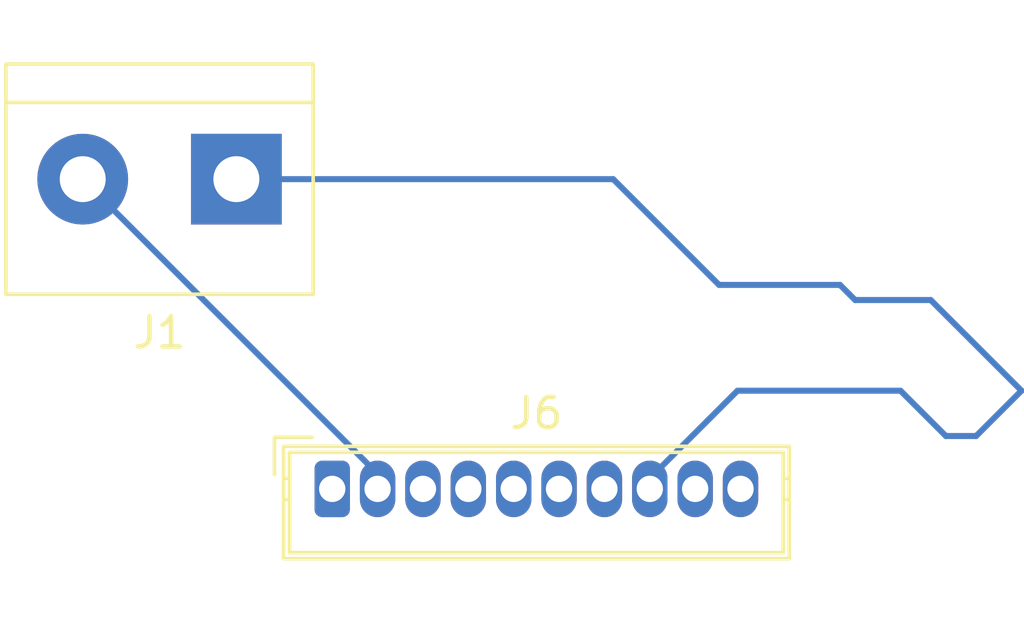
<source format=kicad_pcb>
(kicad_pcb (version 20240108) (generator "pcbnew") (generator_version "8.0")
  (layers (0 "F.Cu" signal) (31 "B.Cu" signal) (34 "B.Paste" user) (35 "F.Paste" user) (36 "B.SilkS" user "B.Silkscreen") (37 "F.SilkS" user "F.Silkscreen") (38 "B.Mask" user) (39 "F.Mask" user) (44 "Edge.Cuts" user))
  (net 0 "")
  (net 1 "Net-(J1-Pin_1)")
  (net 2 "GND")
  (net 3 "Net-(J6-Pin_9)")
  (net 4 "Net-(J2-Pin_1)")
  (net 5 "Net-(J3-Pin_2)")
  (net 6 "Net-(J5-Pin_1)")
  (net 7 "Net-(J6-Pin_10)")
  (net 8 "+5C")
  (net 9 "Net-(J3-Pin_1)")
  (net 10 "Net-(J4-Pin_1)")
  (footprint "Connector_Wuerth:Wuerth_WR-WTB_64801011622_1x10_P1.50mm_Vertical" (layer "F.Cu") (at 67.71 36.75)
    (property "Reference" "J6" (at 6.75 -2.5 0) (layer "F.SilkS"))
    (property "Value" "Conn_01x10_Pin")
    (fp_line (start -1.91 -1.71) (end -1.91 -0.46) (stroke (width 0.12)) (layer "F.SilkS"))
    (fp_line (start -1.61 -1.41) (end -1.61 2.31) (stroke (width 0.12)) (layer "F.SilkS"))
    (fp_line (start -1.61 -0.35) (end -1.41 -0.35) (stroke (width 0.12)) (layer "F.SilkS"))
    (fp_line (start -1.61 2.31) (end 15.11 2.31) (stroke (width 0.12)) (layer "F.SilkS"))
    (fp_line (start -1.41 -1.21) (end 14.91 -1.21) (stroke (width 0.12)) (layer "F.SilkS"))
    (fp_line (start -1.41 -0.35) (end -1.41 -1.21) (stroke (width 0.12)) (layer "F.SilkS"))
    (fp_line (start -1.41 -0.35) (end -1.41 0.35) (stroke (width 0.12)) (layer "F.SilkS"))
    (fp_line (start -1.41 0.35) (end -1.61 0.35) (stroke (width 0.12)) (layer "F.SilkS"))
    (fp_line (start -1.41 0.35) (end -1.41 2.11) (stroke (width 0.12)) (layer "F.SilkS"))
    (fp_line (start -1.41 2.11) (end 14.91 2.11) (stroke (width 0.12)) (layer "F.SilkS"))
    (fp_line (start -0.66 -1.71) (end -1.91 -1.71) (stroke (width 0.12)) (layer "F.SilkS"))
    (fp_line (start 14.91 -1.21) (end 14.91 -0.35) (stroke (width 0.12)) (layer "F.SilkS"))
    (fp_line (start 14.91 -0.35) (end 14.91 0.35) (stroke (width 0.12)) (layer "F.SilkS"))
    (fp_line (start 14.91 -0.35) (end 15.11 -0.35) (stroke (width 0.12)) (layer "F.SilkS"))
    (fp_line (start 14.91 0.35) (end 15.11 0.35) (stroke (width 0.12)) (layer "F.SilkS"))
    (fp_line (start 14.91 2.11) (end 14.91 0.35) (stroke (width 0.12)) (layer "F.SilkS"))
    (fp_line (start 15.11 -1.41) (end -1.61 -1.41) (stroke (width 0.12)) (layer "F.SilkS"))
    (fp_line (start 15.11 2.31) (end 15.11 -1.41) (stroke (width 0.12)) (layer "F.SilkS"))
    (pad "1" thru_hole roundrect (at 0 0) (size 1.17 1.87) (drill 0.87) (layers "*.Cu" "*.Mask") (roundrect_rratio 0.213675) (net 8 "+5C"))
    (pad "2" thru_hole oval (at 1.5 0) (size 1.17 1.87) (drill 0.87) (layers "*.Cu" "*.Mask") (net 2 "GND"))
    (pad "3" thru_hole oval (at 3 0) (size 1.17 1.87) (drill 0.87) (layers "*.Cu" "*.Mask") (net 9 "Net-(J3-Pin_1)"))
    (pad "4" thru_hole oval (at 4.5 0) (size 1.17 1.87) (drill 0.87) (layers "*.Cu" "*.Mask") (net 5 "Net-(J3-Pin_2)"))
    (pad "5" thru_hole oval (at 6 0) (size 1.17 1.87) (drill 0.87) (layers "*.Cu" "*.Mask") (net 4 "Net-(J2-Pin_1)"))
    (pad "6" thru_hole oval (at 7.5 0) (size 1.17 1.87) (drill 0.87) (layers "*.Cu" "*.Mask") (net 10 "Net-(J4-Pin_1)"))
    (pad "7" thru_hole oval (at 9 0) (size 1.17 1.87) (drill 0.87) (layers "*.Cu" "*.Mask") (net 6 "Net-(J5-Pin_1)"))
    (pad "8" thru_hole oval (at 10.5 0) (size 1.17 1.87) (drill 0.87) (layers "*.Cu" "*.Mask") (net 1 "Net-(J1-Pin_1)"))
    (pad "9" thru_hole oval (at 12 0) (size 1.17 1.87) (drill 0.87) (layers "*.Cu" "*.Mask") (net 3 "Net-(J6-Pin_9)"))
    (pad "10" thru_hole oval (at 13.5 0) (size 1.17 1.87) (drill 0.87) (layers "*.Cu" "*.Mask") (net 7 "Net-(J6-Pin_10)"))
  )
  (footprint "TerminalBlock:TerminalBlock_bornier-2_P5.08mm" (layer "F.Cu") (at 64.54 26.5 180)
    (property "Reference" "J1" (at 2.54 -5.08 360) (layer "F.SilkS"))
    (property "Value" "switch")
    (fp_line (start 7.62 3.81) (end 7.62 -3.81) (stroke (width 0.12)) (layer "F.SilkS"))
    (fp_line (start 7.62 2.54) (end -2.54 2.54) (stroke (width 0.12)) (layer "F.SilkS"))
    (fp_line (start 7.62 -3.81) (end -2.54 -3.81) (stroke (width 0.12)) (layer "F.SilkS"))
    (fp_line (start -2.54 3.81) (end 7.62 3.81) (stroke (width 0.12)) (layer "F.SilkS"))
    (fp_line (start -2.54 -3.81) (end -2.54 3.81) (stroke (width 0.12)) (layer "F.SilkS"))
    (pad "1" thru_hole rect (at 0 0 180) (size 3 3) (drill 1.52) (layers "*.Cu" "*.Mask") (net 1 "Net-(J1-Pin_1)"))
    (pad "2" thru_hole circle (at 5.08 0 180) (size 3 3) (drill 1.52) (layers "*.Cu" "*.Mask") (net 2 "GND"))
  )
  (segment (start 89 35) (end 88 35) (width 0.2) (layer "B.Cu") (net 1))
  (segment (start 78.21 36.4) (end 78.21 36.75) (width 0.2) (layer "B.Cu") (net 1))
  (segment (start 86.5 33.5) (end 81.11 33.5) (width 0.2) (layer "B.Cu") (net 1))
  (segment (start 81.11 33.5) (end 78.21 36.4) (width 0.2) (layer "B.Cu") (net 1))
  (segment (start 64.54 26.5) (end 77 26.5) (width 0.2) (layer "B.Cu") (net 1))
  (segment (start 80.5 30) (end 84.5 30) (width 0.2) (layer "B.Cu") (net 1))
  (segment (start 85 30.5) (end 87.5 30.5) (width 0.2) (layer "B.Cu") (net 1))
  (segment (start 77 26.5) (end 80.5 30) (width 0.2) (layer "B.Cu") (net 1))
  (segment (start 84.5 30) (end 85 30.5) (width 0.2) (layer "B.Cu") (net 1))
  (segment (start 90.5 33.5) (end 89 35) (width 0.2) (layer "B.Cu") (net 1))
  (segment (start 88 35) (end 86.5 33.5) (width 0.2) (layer "B.Cu") (net 1))
  (segment (start 87.5 30.5) (end 90.5 33.5) (width 0.2) (layer "B.Cu") (net 1))
  (segment (start 69.21 36.25) (end 59.46 26.5) (width 0.2) (layer "B.Cu") (net 2))
  (segment (start 69.21 36.75) (end 69.21 36.25) (width 0.2) (layer "B.Cu") (net 2))
)
</source>
